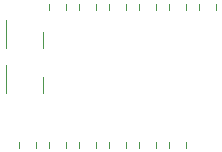
<source format=gbr>
%TF.GenerationSoftware,KiCad,Pcbnew,(6.0.2)*%
%TF.CreationDate,2023-02-28T22:47:18+08:00*%
%TF.ProjectId,OR_gate,4f525f67-6174-4652-9e6b-696361645f70,rev?*%
%TF.SameCoordinates,Original*%
%TF.FileFunction,Legend,Bot*%
%TF.FilePolarity,Positive*%
%FSLAX46Y46*%
G04 Gerber Fmt 4.6, Leading zero omitted, Abs format (unit mm)*
G04 Created by KiCad (PCBNEW (6.0.2)) date 2023-02-28 22:47:18*
%MOMM*%
%LPD*%
G01*
G04 APERTURE LIST*
%ADD10C,0.120000*%
G04 APERTURE END LIST*
D10*
%TO.C,R5*%
X71855000Y-46000936D02*
X71855000Y-46455064D01*
X70385000Y-46000936D02*
X70385000Y-46455064D01*
%TO.C,Q6*%
X64226000Y-52832000D02*
X64226000Y-53482000D01*
X64226000Y-52832000D02*
X64226000Y-51157000D01*
X67346000Y-52832000D02*
X67346000Y-53482000D01*
X67346000Y-52832000D02*
X67346000Y-52182000D01*
%TO.C,R3*%
X66775000Y-58139064D02*
X66775000Y-57684936D01*
X65305000Y-58139064D02*
X65305000Y-57684936D01*
%TO.C,R8*%
X78005000Y-58139064D02*
X78005000Y-57684936D01*
X79475000Y-58139064D02*
X79475000Y-57684936D01*
%TO.C,R12*%
X72925000Y-58139064D02*
X72925000Y-57684936D01*
X74395000Y-58139064D02*
X74395000Y-57684936D01*
%TO.C,R6*%
X82015000Y-46000936D02*
X82015000Y-46455064D01*
X80545000Y-46000936D02*
X80545000Y-46455064D01*
%TO.C,R1*%
X69315000Y-46000936D02*
X69315000Y-46455064D01*
X67845000Y-46000936D02*
X67845000Y-46455064D01*
%TO.C,R10*%
X71855000Y-58139064D02*
X71855000Y-57684936D01*
X70385000Y-58139064D02*
X70385000Y-57684936D01*
%TO.C,Q5*%
X64226000Y-49022000D02*
X64226000Y-49672000D01*
X67346000Y-49022000D02*
X67346000Y-48372000D01*
X64226000Y-49022000D02*
X64226000Y-47347000D01*
X67346000Y-49022000D02*
X67346000Y-49672000D01*
%TO.C,R7*%
X67845000Y-58139064D02*
X67845000Y-57684936D01*
X69315000Y-58139064D02*
X69315000Y-57684936D01*
%TO.C,R11*%
X75465000Y-46000936D02*
X75465000Y-46455064D01*
X76935000Y-46000936D02*
X76935000Y-46455064D01*
%TO.C,R4*%
X75465000Y-58139064D02*
X75465000Y-57684936D01*
X76935000Y-58139064D02*
X76935000Y-57684936D01*
%TO.C,R9*%
X74395000Y-46000936D02*
X74395000Y-46455064D01*
X72925000Y-46000936D02*
X72925000Y-46455064D01*
%TO.C,R2*%
X78005000Y-46000936D02*
X78005000Y-46455064D01*
X79475000Y-46000936D02*
X79475000Y-46455064D01*
%TD*%
M02*

</source>
